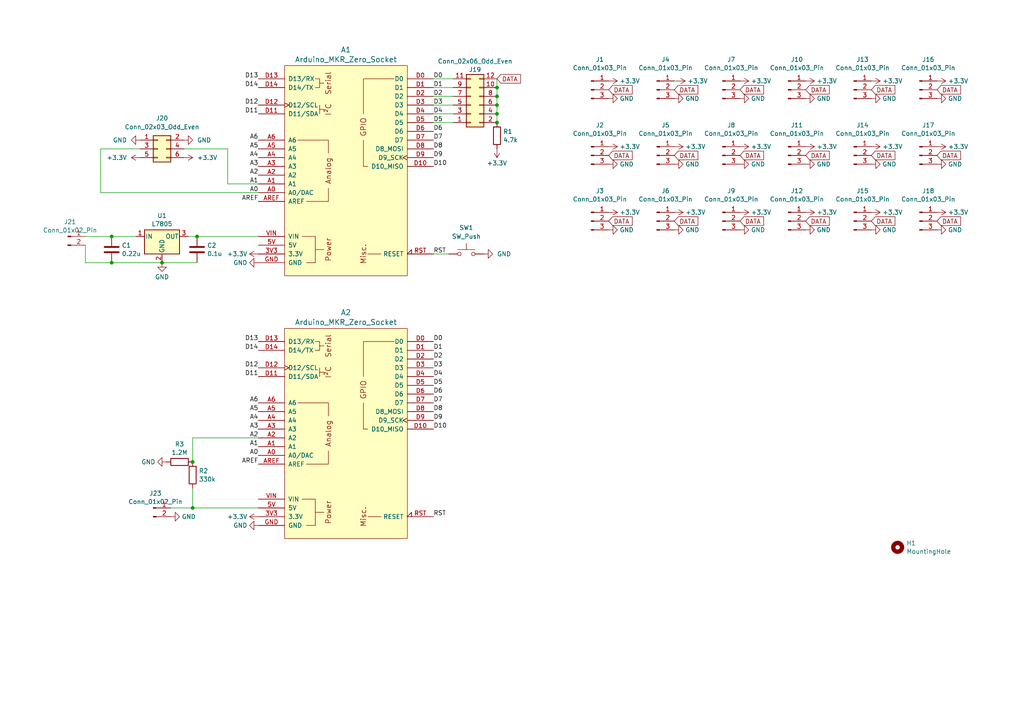
<source format=kicad_sch>
(kicad_sch (version 20230121) (generator eeschema)
  (paper "A4")
  (lib_symbols
    (symbol "Connector:Conn_01x02_Pin" (pin_names (offset 1.016) hide)
      (property "Reference" "J" (at 0 2.54 0))
      (property "Value" "Conn_01x02_Pin" (at 0 -5.08 0))
      (symbol "Conn_01x02_Pin_1_1"
        (polyline (pts (xy 1.27 -2.54) (xy 0.8636 -2.54)) (stroke (width 0.1524)))
        (polyline (pts (xy 1.27 0) (xy 0.8636 0)) (stroke (width 0.1524)))
        (rectangle (start 0.8636 -2.413) (end 0 -2.667) (stroke (width 0.1524)) (fill (type outline)))
        (rectangle (start 0.8636 0.127) (end 0 -0.127) (stroke (width 0.1524)) (fill (type outline)))
        (pin passive line (at 5.08 0 180) (length 3.81) (name "Pin_1") (number "1"))
        (pin passive line (at 5.08 -2.54 180) (length 3.81) (name "Pin_2") (number "2"))
      )
    )
    (symbol "Connector:Conn_01x03_Pin" (pin_names (offset 1.016) hide)
      (property "Reference" "J" (at 0 5.08 0))
      (property "Value" "Conn_01x03_Pin" (at 0 -5.08 0))
      (symbol "Conn_01x03_Pin_1_1"
        (polyline (pts (xy 1.27 -2.54) (xy 0.8636 -2.54)) (stroke (width 0.1524)))
        (polyline (pts (xy 1.27 0) (xy 0.8636 0)) (stroke (width 0.1524)))
        (polyline (pts (xy 1.27 2.54) (xy 0.8636 2.54)) (stroke (width 0.1524)))
        (rectangle (start 0.8636 -2.413) (end 0 -2.667) (stroke (width 0.1524)) (fill (type outline)))
        (rectangle (start 0.8636 0.127) (end 0 -0.127) (stroke (width 0.1524)) (fill (type outline)))
        (rectangle (start 0.8636 2.667) (end 0 2.413) (stroke (width 0.1524)) (fill (type outline)))
        (pin passive line (at 5.08 2.54 180) (length 3.81) (name "Pin_1") (number "1"))
        (pin passive line (at 5.08 0 180) (length 3.81) (name "Pin_2") (number "2"))
        (pin passive line (at 5.08 -2.54 180) (length 3.81) (name "Pin_3") (number "3"))
      )
    )
    (symbol "Connector_Generic:Conn_02x03_Odd_Even" (pin_names (offset 1.016) hide)
      (property "Reference" "J" (at 1.27 5.08 0))
      (property "Value" "Conn_02x03_Odd_Even" (at 1.27 -5.08 0))
      (symbol "Conn_02x03_Odd_Even_1_1"
        (rectangle (start -1.27 -2.413) (end 0 -2.667) (stroke (width 0.1524)))
        (rectangle (start -1.27 0.127) (end 0 -0.127) (stroke (width 0.1524)))
        (rectangle (start -1.27 2.667) (end 0 2.413) (stroke (width 0.1524)))
        (rectangle (start -1.27 3.81) (end 3.81 -3.81) (stroke (width 0.254)) (fill (type background)))
        (rectangle (start 3.81 -2.413) (end 2.54 -2.667) (stroke (width 0.1524)))
        (rectangle (start 3.81 0.127) (end 2.54 -0.127) (stroke (width 0.1524)))
        (rectangle (start 3.81 2.667) (end 2.54 2.413) (stroke (width 0.1524)))
        (pin passive line (at -5.08 2.54 0) (length 3.81) (name "Pin_1") (number "1"))
        (pin passive line (at 7.62 2.54 180) (length 3.81) (name "Pin_2") (number "2"))
        (pin passive line (at -5.08 0 0) (length 3.81) (name "Pin_3") (number "3"))
        (pin passive line (at 7.62 0 180) (length 3.81) (name "Pin_4") (number "4"))
        (pin passive line (at -5.08 -2.54 0) (length 3.81) (name "Pin_5") (number "5"))
        (pin passive line (at 7.62 -2.54 180) (length 3.81) (name "Pin_6") (number "6"))
      )
    )
    (symbol "Connector_Generic:Conn_02x06_Odd_Even" (pin_names (offset 1.016) hide)
      (property "Reference" "J" (at 1.27 7.62 0))
      (property "Value" "Conn_02x06_Odd_Even" (at 1.27 -10.16 0))
      (symbol "Conn_02x06_Odd_Even_1_1"
        (rectangle (start -1.27 -7.493) (end 0 -7.747) (stroke (width 0.1524)))
        (rectangle (start -1.27 -4.953) (end 0 -5.207) (stroke (width 0.1524)))
        (rectangle (start -1.27 -2.413) (end 0 -2.667) (stroke (width 0.1524)))
        (rectangle (start -1.27 0.127) (end 0 -0.127) (stroke (width 0.1524)))
        (rectangle (start -1.27 2.667) (end 0 2.413) (stroke (width 0.1524)))
        (rectangle (start -1.27 5.207) (end 0 4.953) (stroke (width 0.1524)))
        (rectangle (start -1.27 6.35) (end 3.81 -8.89) (stroke (width 0.254)) (fill (type background)))
        (rectangle (start 3.81 -7.493) (end 2.54 -7.747) (stroke (width 0.1524)))
        (rectangle (start 3.81 -4.953) (end 2.54 -5.207) (stroke (width 0.1524)))
        (rectangle (start 3.81 -2.413) (end 2.54 -2.667) (stroke (width 0.1524)))
        (rectangle (start 3.81 0.127) (end 2.54 -0.127) (stroke (width 0.1524)))
        (rectangle (start 3.81 2.667) (end 2.54 2.413) (stroke (width 0.1524)))
        (rectangle (start 3.81 5.207) (end 2.54 4.953) (stroke (width 0.1524)))
        (pin passive line (at -5.08 5.08 0) (length 3.81) (name "Pin_1") (number "1"))
        (pin passive line (at 7.62 -5.08 180) (length 3.81) (name "Pin_10") (number "10"))
        (pin passive line (at -5.08 -7.62 0) (length 3.81) (name "Pin_11") (number "11"))
        (pin passive line (at 7.62 -7.62 180) (length 3.81) (name "Pin_12") (number "12"))
        (pin passive line (at 7.62 5.08 180) (length 3.81) (name "Pin_2") (number "2"))
        (pin passive line (at -5.08 2.54 0) (length 3.81) (name "Pin_3") (number "3"))
        (pin passive line (at 7.62 2.54 180) (length 3.81) (name "Pin_4") (number "4"))
        (pin passive line (at -5.08 0 0) (length 3.81) (name "Pin_5") (number "5"))
        (pin passive line (at 7.62 0 180) (length 3.81) (name "Pin_6") (number "6"))
        (pin passive line (at -5.08 -2.54 0) (length 3.81) (name "Pin_7") (number "7"))
        (pin passive line (at 7.62 -2.54 180) (length 3.81) (name "Pin_8") (number "8"))
        (pin passive line (at -5.08 -5.08 0) (length 3.81) (name "Pin_9") (number "9"))
      )
    )
    (symbol "Device:C" (pin_numbers hide) (pin_names (offset 0.254))
      (property "Reference" "C" (at 0.635 2.54 0))
      (property "Value" "C" (at 0.635 -2.54 0))
      (symbol "C_0_1"
        (polyline (pts (xy -2.032 -0.762) (xy 2.032 -0.762)) (stroke (width 0.508)))
        (polyline (pts (xy -2.032 0.762) (xy 2.032 0.762)) (stroke (width 0.508)))
      )
      (symbol "C_1_1"
        (pin passive line (at 0 3.81 270) (length 2.794) (name "~") (number "1"))
        (pin passive line (at 0 -3.81 90) (length 2.794) (name "~") (number "2"))
      )
    )
    (symbol "Device:R" (pin_numbers hide) (pin_names (offset 0))
      (property "Reference" "R" (at 2.032 0 90))
      (property "Value" "R" (at 0 0 90))
      (symbol "R_0_1"
        (rectangle (start -1.016 -2.54) (end 1.016 2.54) (stroke (width 0.254)))
      )
      (symbol "R_1_1"
        (pin passive line (at 0 3.81 270) (length 1.27) (name "~") (number "1"))
        (pin passive line (at 0 -3.81 90) (length 1.27) (name "~") (number "2"))
      )
    )
    (symbol "GND_1" (power) (pin_names (offset 0))
      (property "Value" "GND_1" (at 0 -3.81 0))
      (symbol "GND_1_0_1"
        (polyline (pts (xy 0 0) (xy 0 -1.27) (xy 1.27 -1.27) (xy 0 -2.54) (xy -1.27 -1.27) (xy 0 -1.27)))
      )
      (symbol "GND_1_1_1"
        (pin power_in line (at 0 0 270) (length 0) hide (name "GND") (number "1"))
      )
    )
    (symbol "Mechanical:MountingHole" (pin_names (offset 1.016))
      (property "Reference" "H" (at 0 5.08 0))
      (property "Value" "MountingHole" (at 0 3.175 0))
      (symbol "MountingHole_0_1"
        (circle (center 0 0) (radius 1.27) (stroke (width 1.27)))
      )
    )
    (symbol "PCM_arduino-library:Arduino_MKR_Zero_Socket" (pin_names (offset 1.016))
      (property "Reference" "A" (at 0 36.83 0))
      (property "Value" "Arduino_MKR_Zero_Socket" (at 0 33.02 0))
      (symbol "Arduino_MKR_Zero_Socket_0_0"
        (rectangle (start -17.78 30.48) (end 17.78 -30.48) (fill (type background)))
        (rectangle (start -12.7 -19.05) (end -8.89 -19.05))
        (rectangle (start -11.43 -26.67) (end -8.89 -26.67))
        (rectangle (start -8.89 -22.86) (end -6.35 -22.86))
        (polyline (pts (xy -8.89 -19.05) (xy -8.89 -26.67)))
        (polyline (pts (xy -7.62 25.4) (xy -6.35 25.4)))
        (polyline (pts (xy -5.08 -5.08) (xy -5.08 -8.89) (xy -11.43 -8.89)))
        (polyline (pts (xy -5.08 5.08) (xy -5.08 8.89) (xy -13.97 8.89)))
        (polyline (pts (xy 5.08 8.89) (xy 5.08 1.27) (xy 6.35 1.27)))
        (polyline (pts (xy 5.08 16.51) (xy 5.08 26.67) (xy 13.97 26.67)))
        (polyline (pts (xy -8.89 26.67) (xy -7.62 26.67) (xy -7.62 24.13) (xy -8.89 24.13)))
        (rectangle (start 6.35 -24.13) (end 10.16 -24.13))
        (text "Analog" (at -5.08 0 900) (effects (font (size 1.524 1.524))))
        (text "I²C" (at -5.08 17.78 900) (effects (font (size 1.524 1.524))))
        (text "Misc." (at 5.08 -24.13 900) (effects (font (size 1.524 1.524))))
        (text "Power" (at -5.08 -22.86 900) (effects (font (size 1.524 1.524))))
        (text "Serial" (at -5.08 25.4 900) (effects (font (size 1.524 1.524))))
      )
      (symbol "Arduino_MKR_Zero_Socket_0_1"
        (polyline (pts (xy -7.62 16.51) (xy -7.62 19.05)))
        (polyline (pts (xy -7.62 17.78) (xy -6.35 17.78)))
      )
      (symbol "Arduino_MKR_Zero_Socket_1_0"
        (text "GPIO" (at 5.08 12.7 900) (effects (font (size 1.524 1.524))))
      )
      (symbol "Arduino_MKR_Zero_Socket_1_1"
        (pin power_out line (at -25.4 -24.13 0) (length 7.62) (name "3.3V") (number "3V3"))
        (pin power_in line (at -25.4 -21.59 0) (length 7.62) (name "5V") (number "5V"))
        (pin bidirectional line (at -25.4 -6.35 0) (length 7.62) (name "A0/DAC") (number "A0"))
        (pin bidirectional line (at -25.4 -3.81 0) (length 7.62) (name "A1") (number "A1"))
        (pin bidirectional line (at -25.4 -1.27 0) (length 7.62) (name "A2") (number "A2"))
        (pin bidirectional line (at -25.4 1.27 0) (length 7.62) (name "A3") (number "A3"))
        (pin bidirectional line (at -25.4 3.81 0) (length 7.62) (name "A4") (number "A4"))
        (pin bidirectional line (at -25.4 6.35 0) (length 7.62) (name "A5") (number "A5"))
        (pin bidirectional line (at -25.4 8.89 0) (length 7.62) (name "A6") (number "A6"))
        (pin input line (at -25.4 -8.89 0) (length 7.62) (name "AREF") (number "AREF"))
        (pin bidirectional line (at 25.4 26.67 180) (length 7.62) (name "D0") (number "D0"))
        (pin bidirectional line (at 25.4 24.13 180) (length 7.62) (name "D1") (number "D1"))
        (pin bidirectional line (at 25.4 1.27 180) (length 7.62) (name "D10_MISO") (number "D10"))
        (pin bidirectional line (at -25.4 16.51 0) (length 7.62) (name "D11/SDA") (number "D11"))
        (pin bidirectional clock (at -25.4 19.05 0) (length 7.62) (name "D12/SCL") (number "D12"))
        (pin bidirectional line (at -25.4 26.67 0) (length 7.62) (name "D13/RX") (number "D13"))
        (pin bidirectional line (at -25.4 24.13 0) (length 7.62) (name "D14/TX") (number "D14"))
        (pin bidirectional line (at 25.4 21.59 180) (length 7.62) (name "D2") (number "D2"))
        (pin bidirectional line (at 25.4 19.05 180) (length 7.62) (name "D3") (number "D3"))
        (pin bidirectional line (at 25.4 16.51 180) (length 7.62) (name "D4") (number "D4"))
        (pin bidirectional line (at 25.4 13.97 180) (length 7.62) (name "D5") (number "D5"))
        (pin bidirectional line (at 25.4 11.43 180) (length 7.62) (name "D6") (number "D6"))
        (pin bidirectional line (at 25.4 8.89 180) (length 7.62) (name "D7") (number "D7"))
        (pin bidirectional line (at 25.4 6.35 180) (length 7.62) (name "D8_MOSI") (number "D8"))
        (pin bidirectional clock (at 25.4 3.81 180) (length 7.62) (name "D9_SCK") (number "D9"))
        (pin power_in line (at -25.4 -26.67 0) (length 7.62) (name "GND") (number "GND"))
        (pin open_collector input_low (at 25.4 -24.13 180) (length 7.62) (name "RESET") (number "RST"))
        (pin power_in line (at -25.4 -19.05 0) (length 7.62) (name "VIN") (number "VIN"))
      )
    )
    (symbol "Regulator_Linear:L7805" (pin_names (offset 0.254))
      (property "Reference" "U" (at -3.81 3.175 0))
      (property "Value" "L7805" (at 0 3.175 0))
      (symbol "L7805_0_1"
        (rectangle (start -5.08 1.905) (end 5.08 -5.08) (stroke (width 0.254)) (fill (type background)))
      )
      (symbol "L7805_1_1"
        (pin power_in line (at -7.62 0 0) (length 2.54) (name "IN") (number "1"))
        (pin power_in line (at 0 -7.62 90) (length 2.54) (name "GND") (number "2"))
        (pin power_out line (at 7.62 0 180) (length 2.54) (name "OUT") (number "3"))
      )
    )
    (symbol "Switch:SW_Push" (pin_numbers hide) (pin_names (offset 1.016) hide)
      (property "Reference" "SW" (at 1.27 2.54 0))
      (property "Value" "SW_Push" (at 0 -1.524 0))
      (symbol "SW_Push_0_1"
        (circle (center -2.032 0) (radius 0.508))
        (polyline (pts (xy 0 1.27) (xy 0 3.048)))
        (polyline (pts (xy 2.54 1.27) (xy -2.54 1.27)))
        (circle (center 2.032 0) (radius 0.508))
        (pin passive line (at -5.08 0 0) (length 2.54) (name "1") (number "1"))
        (pin passive line (at 5.08 0 180) (length 2.54) (name "2") (number "2"))
      )
    )
    (symbol "power:+3.3V" (power) (pin_names (offset 0))
      (property "Value" "+3.3V" (at 0 3.556 0))
      (symbol "+3.3V_0_1"
        (polyline (pts (xy -0.762 1.27) (xy 0 2.54)))
        (polyline (pts (xy 0 0) (xy 0 2.54)))
        (polyline (pts (xy 0 2.54) (xy 0.762 1.27)))
      )
      (symbol "+3.3V_1_1"
        (pin power_in line (at 0 0 90) (length 0) hide (name "+3.3V") (number "1"))
      )
    )
    (symbol "power:GND" (power) (pin_names (offset 0))
      (property "Value" "GND" (at 0 -3.81 0))
      (symbol "GND_0_1"
        (polyline (pts (xy 0 0) (xy 0 -1.27) (xy 1.27 -1.27) (xy 0 -2.54) (xy -1.27 -1.27) (xy 0 -1.27)))
      )
      (symbol "GND_1_1"
        (pin power_in line (at 0 0 270) (length 0) hide (name "GND") (number "1"))
      )
    )
  )
  (junction (at 144.145 27.94))
  (junction (at 46.99 76.2))
  (junction (at 57.15 68.58))
  (junction (at 55.88 147.32))
  (junction (at 32.385 68.58))
  (junction (at 144.145 33.02))
  (junction (at 144.145 25.4))
  (junction (at 144.145 35.56))
  (junction (at 55.88 133.985))
  (junction (at 32.385 76.2))
  (junction (at 144.145 30.48))
  (wire (pts (xy 125.73 27.94) (xy 131.445 27.94)))
  (wire (pts (xy 55.88 127) (xy 55.88 133.985)))
  (wire (pts (xy 29.21 55.88) (xy 74.93 55.88)))
  (wire (pts (xy 55.88 147.32) (xy 74.93 147.32)))
  (wire (pts (xy 144.145 27.94) (xy 144.145 30.48)))
  (wire (pts (xy 125.73 25.4) (xy 131.445 25.4)))
  (wire (pts (xy 57.15 68.58) (xy 74.93 68.58)))
  (wire (pts (xy 66.04 43.18) (xy 66.04 53.34)))
  (wire (pts (xy 24.765 68.58) (xy 32.385 68.58)))
  (wire (pts (xy 144.145 25.4) (xy 144.145 27.94)))
  (wire (pts (xy 54.61 68.58) (xy 57.15 68.58)))
  (wire (pts (xy 125.73 73.66) (xy 130.175 73.66)))
  (wire (pts (xy 24.765 71.12) (xy 24.765 76.2)))
  (wire (pts (xy 74.93 127) (xy 55.88 127)))
  (wire (pts (xy 144.145 22.86) (xy 144.145 25.4)))
  (wire (pts (xy 46.99 76.2) (xy 57.15 76.2)))
  (wire (pts (xy 196.215 23.495) (xy 195.58 23.495)))
  (wire (pts (xy 32.385 76.2) (xy 46.99 76.2)))
  (wire (pts (xy 32.385 68.58) (xy 39.37 68.58)))
  (wire (pts (xy 144.145 30.48) (xy 144.145 33.02)))
  (wire (pts (xy 53.34 43.18) (xy 66.04 43.18)))
  (wire (pts (xy 125.73 35.56) (xy 131.445 35.56)))
  (wire (pts (xy 49.53 147.32) (xy 55.88 147.32)))
  (wire (pts (xy 125.73 30.48) (xy 131.445 30.48)))
  (wire (pts (xy 24.765 76.2) (xy 32.385 76.2)))
  (wire (pts (xy 29.21 43.18) (xy 29.21 55.88)))
  (wire (pts (xy 125.73 33.02) (xy 131.445 33.02)))
  (wire (pts (xy 40.64 43.18) (xy 29.21 43.18)))
  (wire (pts (xy 66.04 53.34) (xy 74.93 53.34)))
  (wire (pts (xy 144.145 33.02) (xy 144.145 35.56)))
  (wire (pts (xy 125.73 22.86) (xy 131.445 22.86)))
  (wire (pts (xy 55.88 141.605) (xy 55.88 147.32)))
  (label "A3" (at 74.93 48.26 180))
  (label "A1" (at 74.93 129.54 180))
  (label "A5" (at 74.93 43.18 180))
  (label "D4" (at 125.73 109.22 0))
  (label "D10" (at 125.73 48.26 0))
  (label "D0" (at 125.73 99.06 0))
  (label "A5" (at 74.93 119.38 180))
  (label "D14" (at 74.93 101.6 180))
  (label "D4" (at 125.73 33.02 0))
  (label "A4" (at 74.93 45.72 180))
  (label "AREF" (at 74.93 134.62 180))
  (label "D12" (at 74.93 30.48 180))
  (label "D13" (at 74.93 99.06 180))
  (label "D1" (at 125.73 101.6 0))
  (label "D9" (at 125.73 45.72 0))
  (label "D8" (at 125.73 43.18 0))
  (label "D5" (at 125.73 35.56 0))
  (label "D13" (at 74.93 22.86 180))
  (label "D3" (at 125.73 106.68 0))
  (label "D2" (at 125.73 27.94 0))
  (label "A6" (at 74.93 40.64 180))
  (label "D11" (at 74.93 109.22 180))
  (label "D2" (at 125.73 104.14 0))
  (label "D14" (at 74.93 25.4 180))
  (label "A0" (at 74.93 132.08 180))
  (label "A4" (at 74.93 121.92 180))
  (label "A1" (at 74.93 53.34 180))
  (label "RST" (at 125.73 73.66 0))
  (label "D5" (at 125.73 111.76 0))
  (label "D1" (at 125.73 25.4 0))
  (label "A3" (at 74.93 124.46 180))
  (label "D6" (at 125.73 114.3 0))
  (label "A2" (at 74.93 50.8 180))
  (label "D6" (at 125.73 38.1 0))
  (label "A0" (at 74.93 55.88 180))
  (label "D9" (at 125.73 121.92 0))
  (label "D0" (at 125.73 22.86 0))
  (label "D10" (at 125.73 124.46 0))
  (label "AREF" (at 74.93 58.42 180))
  (label "D3" (at 125.73 30.48 0))
  (label "D7" (at 125.73 116.84 0))
  (label "D7" (at 125.73 40.64 0))
  (label "D12" (at 74.93 106.68 180))
  (label "RST" (at 125.73 149.86 0))
  (label "D8" (at 125.73 119.38 0))
  (label "A2" (at 74.93 127 180))
  (label "D11" (at 74.93 33.02 180))
  (label "A6" (at 74.93 116.84 180))
  (global_label "DATA" (shape input) (at 195.58 26.035 0) (property "Intersheetrefs" "${INTERSHEET_REFS}" (effects hide)))
  (global_label "DATA" (shape input) (at 214.63 26.035 0) (property "Intersheetrefs" "${INTERSHEET_REFS}" (effects hide)))
  (global_label "DATA" (shape input) (at 195.58 64.135 0) (property "Intersheetrefs" "${INTERSHEET_REFS}" (effects hide)))
  (global_label "DATA" (shape input) (at 233.68 64.135 0) (property "Intersheetrefs" "${INTERSHEET_REFS}" (effects hide)))
  (global_label "DATA" (shape input) (at 176.53 26.035 0) (property "Intersheetrefs" "${INTERSHEET_REFS}" (effects hide)))
  (global_label "DATA" (shape input) (at 252.73 26.035 0) (property "Intersheetrefs" "${INTERSHEET_REFS}" (effects hide)))
  (global_label "DATA" (shape input) (at 271.78 45.085 0) (property "Intersheetrefs" "${INTERSHEET_REFS}" (effects hide)))
  (global_label "DATA" (shape input) (at 252.73 45.085 0) (property "Intersheetrefs" "${INTERSHEET_REFS}" (effects hide)))
  (global_label "DATA" (shape input) (at 214.63 45.085 0) (property "Intersheetrefs" "${INTERSHEET_REFS}" (effects hide)))
  (global_label "DATA" (shape input) (at 176.53 64.135 0) (property "Intersheetrefs" "${INTERSHEET_REFS}" (effects hide)))
  (global_label "DATA" (shape input) (at 195.58 45.085 0) (property "Intersheetrefs" "${INTERSHEET_REFS}" (effects hide)))
  (global_label "DATA" (shape input) (at 252.73 64.135 0) (property "Intersheetrefs" "${INTERSHEET_REFS}" (effects hide)))
  (global_label "DATA" (shape input) (at 233.68 45.085 0) (property "Intersheetrefs" "${INTERSHEET_REFS}" (effects hide)))
  (global_label "DATA" (shape input) (at 176.53 45.085 0) (property "Intersheetrefs" "${INTERSHEET_REFS}" (effects hide)))
  (global_label "DATA" (shape input) (at 214.63 64.135 0) (property "Intersheetrefs" "${INTERSHEET_REFS}" (effects hide)))
  (global_label "DATA" (shape input) (at 271.78 64.135 0) (property "Intersheetrefs" "${INTERSHEET_REFS}" (effects hide)))
  (global_label "DATA" (shape input) (at 144.145 22.86 0) (property "Intersheetrefs" "${INTERSHEET_REFS}" (effects hide)))
  (global_label "DATA" (shape input) (at 271.78 26.035 0) (property "Intersheetrefs" "${INTERSHEET_REFS}" (effects hide)))
  (global_label "DATA" (shape input) (at 233.68 26.035 0) (property "Intersheetrefs" "${INTERSHEET_REFS}" (effects hide)))
  (symbol (lib_id "power:+3.3V") (at 74.93 149.86 90) (unit 1)
    (property "Reference" "#PWR03" (effects hide))
    (property "Value" "+3.3V" (at 71.755 149.86 90) (effects (justify left)))
  )
  (symbol (lib_id "Connector:Conn_01x03_Pin") (at 247.65 26.035 0) (unit 1)
    (property "Reference" "J13" (at 250.19 17.2608 0))
    (property "Value" "Conn_01x03_Pin" (at 250.19 19.685 0))
    (property "Footprint" "Connector_JST:JST_XH_B3B-XH-A_1x03_P2.50mm_Vertical" (effects hide))
  )
  (symbol (lib_id "power:+3.3V") (at 233.68 61.595 270) (unit 1)
    (property "Reference" "#PWR027" (effects hide))
    (property "Value" "+3.3V" (at 236.855 61.595 90) (effects (justify left)))
  )
  (symbol (lib_id "Switch:SW_Push") (at 135.255 73.66 0) (unit 1)
    (property "Reference" "SW1" (at 135.255 66.04 0))
    (property "Value" "SW_Push" (at 135.255 68.58 0))
    (property "Footprint" "Button_Switch_THT:SW_PUSH_6mm" (effects hide))
  )
  (symbol (lib_id "power:+3.3V") (at 252.73 23.495 270) (unit 1)
    (property "Reference" "#PWR029" (effects hide))
    (property "Value" "+3.3V" (at 255.905 23.495 90) (effects (justify left)))
  )
  (symbol (lib_id "Connector:Conn_01x03_Pin") (at 247.65 64.135 0) (unit 1)
    (property "Reference" "J15" (at 250.19 55.3608 0))
    (property "Value" "Conn_01x03_Pin" (at 250.19 57.785 0))
    (property "Footprint" "Connector_JST:JST_XH_B3B-XH-A_1x03_P2.50mm_Vertical" (effects hide))
  )
  (symbol (lib_id "power:GND") (at 46.99 76.2 0) (unit 1)
    (property "Reference" "#PWR049" (effects hide))
    (property "Value" "GND" (at 46.99 80.3331 0))
  )
  (symbol (lib_id "power:+3.3V") (at 214.63 61.595 270) (unit 1)
    (property "Reference" "#PWR021" (effects hide))
    (property "Value" "+3.3V" (at 217.805 61.595 90) (effects (justify left)))
  )
  (symbol (lib_id "Connector:Conn_01x03_Pin") (at 228.6 26.035 0) (unit 1)
    (property "Reference" "J10" (at 231.14 17.2608 0))
    (property "Value" "Conn_01x03_Pin" (at 231.14 19.685 0))
    (property "Footprint" "Connector_JST:JST_XH_B3B-XH-A_1x03_P2.50mm_Vertical" (effects hide))
  )
  (symbol (lib_id "power:+3.3V") (at 74.93 73.66 90) (unit 1)
    (property "Reference" "#PWR04" (effects hide))
    (property "Value" "+3.3V" (at 71.755 73.66 90) (effects (justify left)))
  )
  (symbol (lib_id "Connector:Conn_01x03_Pin") (at 247.65 45.085 0) (unit 1)
    (property "Reference" "J14" (at 250.19 36.3108 0))
    (property "Value" "Conn_01x03_Pin" (at 250.19 38.735 0))
    (property "Footprint" "Connector_JST:JST_XH_B3B-XH-A_1x03_P2.50mm_Vertical" (effects hide))
  )
  (symbol (lib_id "Connector:Conn_01x03_Pin") (at 190.5 64.135 0) (unit 1)
    (property "Reference" "J6" (at 193.04 55.3608 0))
    (property "Value" "Conn_01x03_Pin" (at 193.04 57.785 0))
    (property "Footprint" "Connector_JST:JST_XH_B3B-XH-A_1x03_P2.50mm_Vertical" (effects hide))
  )
  (symbol (lib_id "power:+3.3V") (at 40.64 45.72 90) (unit 1)
    (property "Reference" "#PWR044" (effects hide))
    (property "Value" "+3.3V" (at 36.83 45.72 90) (effects (justify left)))
  )
  (symbol (lib_id "power:+3.3V") (at 271.78 42.545 270) (unit 1)
    (property "Reference" "#PWR037" (effects hide))
    (property "Value" "+3.3V" (at 274.955 42.545 90) (effects (justify left)))
  )
  (symbol (lib_id "power:+3.3V") (at 214.63 23.495 270) (unit 1)
    (property "Reference" "#PWR017" (effects hide))
    (property "Value" "+3.3V" (at 217.805 23.495 90) (effects (justify left)))
  )
  (symbol (lib_id "Connector:Conn_01x03_Pin") (at 190.5 26.035 0) (unit 1)
    (property "Reference" "J4" (at 193.04 17.2608 0))
    (property "Value" "Conn_01x03_Pin" (at 193.04 19.685 0))
    (property "Footprint" "Connector_JST:JST_XH_B3B-XH-A_1x03_P2.50mm_Vertical" (effects hide))
  )
  (symbol (lib_name "GND_1") (lib_id "power:GND") (at 271.78 28.575 90) (unit 1)
    (property "Reference" "#PWR036" (effects hide))
    (property "Value" "GND" (at 274.955 28.575 90) (effects (justify right)))
  )
  (symbol (lib_name "GND_1") (lib_id "power:GND") (at 195.58 47.625 90) (unit 1)
    (property "Reference" "#PWR013" (effects hide))
    (property "Value" "GND" (at 198.755 47.625 90) (effects (justify right)))
  )
  (symbol (lib_id "PCM_arduino-library:Arduino_MKR_Zero_Socket") (at 100.33 125.73 0) (unit 1)
    (property "Reference" "A2" (at 100.33 90.6198 0) (effects (font (size 1.524 1.524))))
    (property "Value" "Arduino_MKR_Zero_Socket" (at 100.33 93.4526 0) (effects (font (size 1.524 1.524))))
    (property "Footprint" "PCM_arduino-library:Arduino_MKR_Zero_Socket" (effects hide))
    (property "Datasheet" "https://docs.arduino.cc/hardware/mkr-zero" (effects hide))
  )
  (symbol (lib_id "power:+3.3V") (at 144.145 43.18 180) (unit 1)
    (property "Reference" "#PWR041" (effects hide))
    (property "Value" "+3.3V" (at 144.145 47.3131 0))
  )
  (symbol (lib_name "GND_1") (lib_id "power:GND") (at 214.63 66.675 90) (unit 1)
    (property "Reference" "#PWR022" (effects hide))
    (property "Value" "GND" (at 217.805 66.675 90) (effects (justify right)))
  )
  (symbol (lib_id "Connector:Conn_01x03_Pin") (at 171.45 45.085 0) (unit 1)
    (property "Reference" "J2" (at 173.99 36.3108 0))
    (property "Value" "Conn_01x03_Pin" (at 173.99 38.735 0))
    (property "Footprint" "Connector_JST:JST_XH_B3B-XH-A_1x03_P2.50mm_Vertical" (effects hide))
  )
  (symbol (lib_name "GND_1") (lib_id "power:GND") (at 195.58 66.675 90) (unit 1)
    (property "Reference" "#PWR015" (effects hide))
    (property "Value" "GND" (at 198.755 66.675 90) (effects (justify right)))
  )
  (symbol (lib_id "power:GND") (at 74.93 152.4 270) (unit 1)
    (property "Reference" "#PWR02" (effects hide))
    (property "Value" "GND" (at 71.7551 152.4 90) (effects (justify right)))
  )
  (symbol (lib_id "Device:R") (at 55.88 137.795 0) (unit 1)
    (property "Reference" "R2" (at 57.658 136.5829 0) (effects (justify left)))
    (property "Value" "330k" (at 57.658 139.0071 0) (effects (justify left)))
    (property "Footprint" "Resistor_THT:R_Axial_DIN0207_L6.3mm_D2.5mm_P10.16mm_Horizontal" (effects hide))
  )
  (symbol (lib_id "power:+3.3V") (at 214.63 42.545 270) (unit 1)
    (property "Reference" "#PWR019" (effects hide))
    (property "Value" "+3.3V" (at 217.805 42.545 90) (effects (justify left)))
  )
  (symbol (lib_name "GND_1") (lib_id "power:GND") (at 214.63 47.625 90) (unit 1)
    (property "Reference" "#PWR020" (effects hide))
    (property "Value" "GND" (at 217.805 47.625 90) (effects (justify right)))
  )
  (symbol (lib_id "power:GND") (at 74.93 76.2 270) (unit 1)
    (property "Reference" "#PWR01" (effects hide))
    (property "Value" "GND" (at 71.7551 76.2 90) (effects (justify right)))
  )
  (symbol (lib_id "Connector:Conn_01x03_Pin") (at 171.45 26.035 0) (unit 1)
    (property "Reference" "J1" (at 173.99 17.2608 0))
    (property "Value" "Conn_01x03_Pin" (at 173.99 19.685 0))
    (property "Footprint" "Connector_JST:JST_XH_B3B-XH-A_1x03_P2.50mm_Vertical" (effects hide))
  )
  (symbol (lib_id "power:+3.3V") (at 252.73 61.595 270) (unit 1)
    (property "Reference" "#PWR033" (effects hide))
    (property "Value" "+3.3V" (at 255.905 61.595 90) (effects (justify left)))
  )
  (symbol (lib_id "power:+3.3V") (at 176.53 42.545 270) (unit 1)
    (property "Reference" "#PWR07" (effects hide))
    (property "Value" "+3.3V" (at 179.705 42.545 90) (effects (justify left)))
  )
  (symbol (lib_id "Connector:Conn_01x03_Pin") (at 266.7 26.035 0) (unit 1)
    (property "Reference" "J16" (at 269.24 17.2608 0))
    (property "Value" "Conn_01x03_Pin" (at 269.24 19.685 0))
    (property "Footprint" "Connector_JST:JST_XH_B3B-XH-A_1x03_P2.50mm_Vertical" (effects hide))
  )
  (symbol (lib_id "power:GND") (at 40.64 40.64 270) (unit 1)
    (property "Reference" "#PWR043" (effects hide))
    (property "Value" "GND" (at 36.83 40.64 90) (effects (justify right)))
  )
  (symbol (lib_name "GND_1") (lib_id "power:GND") (at 214.63 28.575 90) (unit 1)
    (property "Reference" "#PWR018" (effects hide))
    (property "Value" "GND" (at 217.805 28.575 90) (effects (justify right)))
  )
  (symbol (lib_id "Connector_Generic:Conn_02x06_Odd_Even") (at 136.525 30.48 0) (mirror x) (unit 1)
    (property "Reference" "J19" (at 137.795 20.2042 0))
    (property "Value" "Conn_02x06_Odd_Even" (at 137.795 17.78 0))
    (property "Footprint" "Connector_PinHeader_2.54mm:PinHeader_2x06_P2.54mm_Vertical" (effects hide))
  )
  (symbol (lib_id "Connector:Conn_01x02_Pin") (at 19.685 68.58 0) (unit 1)
    (property "Reference" "J21" (at 20.32 64.3595 0))
    (property "Value" "Conn_01x02_Pin" (at 20.32 66.7837 0))
    (property "Footprint" "ProjectFootprints:Power_Solder_Pads" (effects hide))
  )
  (symbol (lib_id "power:+3.3V") (at 53.34 45.72 270) (unit 1)
    (property "Reference" "#PWR046" (effects hide))
    (property "Value" "+3.3V" (at 57.15 45.72 90) (effects (justify left)))
  )
  (symbol (lib_id "Device:R") (at 144.145 39.37 0) (unit 1)
    (property "Reference" "R1" (at 145.923 38.1579 0) (effects (justify left)))
    (property "Value" "4.7k" (at 145.923 40.5821 0) (effects (justify left)))
    (property "Footprint" "Resistor_THT:R_Axial_DIN0207_L6.3mm_D2.5mm_P10.16mm_Horizontal" (effects hide))
  )
  (symbol (lib_id "Regulator_Linear:L7805") (at 46.99 68.58 0) (unit 1)
    (property "Reference" "U1" (at 46.99 62.5307 0))
    (property "Value" "L7805" (at 46.99 64.9549 0))
    (property "Footprint" "Package_TO_SOT_SMD:SOT-223" (effects hide))
    (property "Datasheet" "http://www.st.com/content/ccc/resource/technical/document/datasheet/41/4f/b3/b0/12/d4/47/88/CD00000444.pdf/files/CD00000444.pdf/jcr:content/translations/en.CD00000444.pdf" (effects hide))
  )
  (symbol (lib_name "GND_1") (lib_id "power:GND") (at 233.68 66.675 90) (unit 1)
    (property "Reference" "#PWR028" (effects hide))
    (property "Value" "GND" (at 236.855 66.675 90) (effects (justify right)))
  )
  (symbol (lib_id "Device:R") (at 52.07 133.985 90) (unit 1)
    (property "Reference" "R3" (at 52.07 128.8247 90))
    (property "Value" "1.2M" (at 52.07 131.2489 90))
    (property "Footprint" "Resistor_THT:R_Axial_DIN0207_L6.3mm_D2.5mm_P10.16mm_Horizontal" (effects hide))
  )
  (symbol (lib_id "power:+3.3V") (at 271.78 23.495 270) (unit 1)
    (property "Reference" "#PWR035" (effects hide))
    (property "Value" "+3.3V" (at 274.955 23.495 90) (effects (justify left)))
  )
  (symbol (lib_id "Connector:Conn_01x02_Pin") (at 44.45 147.32 0) (unit 1)
    (property "Reference" "J23" (at 45.085 143.0995 0))
    (property "Value" "Conn_01x02_Pin" (at 45.085 145.5237 0))
    (property "Footprint" "ProjectFootprints:Power_Solder_Pads" (effects hide))
  )
  (symbol (lib_id "Connector_Generic:Conn_02x03_Odd_Even") (at 45.72 43.18 0) (unit 1)
    (property "Reference" "J20" (at 46.99 34.29 0))
    (property "Value" "Conn_02x03_Odd_Even" (at 46.99 36.83 0))
    (property "Footprint" "Connector_PinHeader_2.54mm:PinHeader_2x03_P2.54mm_Vertical" (effects hide))
  )
  (symbol (lib_id "power:+3.3V") (at 195.58 61.595 270) (unit 1)
    (property "Reference" "#PWR014" (effects hide))
    (property "Value" "+3.3V" (at 198.755 61.595 90) (effects (justify left)))
  )
  (symbol (lib_id "power:+3.3V") (at 271.78 61.595 270) (unit 1)
    (property "Reference" "#PWR039" (effects hide))
    (property "Value" "+3.3V" (at 274.955 61.595 90) (effects (justify left)))
  )
  (symbol (lib_id "power:+3.3V") (at 176.53 61.595 270) (unit 1)
    (property "Reference" "#PWR09" (effects hide))
    (property "Value" "+3.3V" (at 179.705 61.595 90) (effects (justify left)))
  )
  (symbol (lib_id "power:GND") (at 140.335 73.66 90) (unit 1)
    (property "Reference" "#PWR042" (effects hide))
    (property "Value" "GND" (at 144.145 73.66 90) (effects (justify right)))
  )
  (symbol (lib_id "Device:C") (at 32.385 72.39 0) (unit 1)
    (property "Reference" "C1" (at 35.306 71.1779 0) (effects (justify left)))
    (property "Value" "0.22u" (at 35.306 73.6021 0) (effects (justify left)))
    (property "Footprint" "Capacitor_SMD:C_1206_3216Metric" (effects hide))
  )
  (symbol (lib_id "Connector:Conn_01x03_Pin") (at 228.6 64.135 0) (unit 1)
    (property "Reference" "J12" (at 231.14 55.3608 0))
    (property "Value" "Conn_01x03_Pin" (at 231.14 57.785 0))
    (property "Footprint" "Connector_JST:JST_XH_B3B-XH-A_1x03_P2.50mm_Vertical" (effects hide))
  )
  (symbol (lib_name "GND_1") (lib_id "power:GND") (at 233.68 28.575 90) (unit 1)
    (property "Reference" "#PWR024" (effects hide))
    (property "Value" "GND" (at 236.855 28.575 90) (effects (justify right)))
  )
  (symbol (lib_name "GND_1") (lib_id "power:GND") (at 195.58 28.575 90) (unit 1)
    (property "Reference" "#PWR011" (effects hide))
    (property "Value" "GND" (at 198.755 28.575 90) (effects (justify right)))
  )
  (symbol (lib_name "GND_1") (lib_id "power:GND") (at 271.78 47.625 90) (unit 1)
    (property "Reference" "#PWR038" (effects hide))
    (property "Value" "GND" (at 274.955 47.625 90) (effects (justify right)))
  )
  (symbol (lib_id "Device:C") (at 57.15 72.39 0) (unit 1)
    (property "Reference" "C2" (at 60.071 71.1779 0) (effects (justify left)))
    (property "Value" "0.1u" (at 60.071 73.6021 0) (effects (justify left)))
    (property "Footprint" "Capacitor_SMD:C_1206_3216Metric" (effects hide))
  )
  (symbol (lib_id "power:+3.3V") (at 176.53 23.495 270) (unit 1)
    (property "Reference" "#PWR05" (effects hide))
    (property "Value" "+3.3V" (at 179.705 23.495 90) (effects (justify left)))
  )
  (symbol (lib_id "power:+3.3V") (at 252.73 42.545 270) (unit 1)
    (property "Reference" "#PWR031" (effects hide))
    (property "Value" "+3.3V" (at 255.905 42.545 90) (effects (justify left)))
  )
  (symbol (lib_id "PCM_arduino-library:Arduino_MKR_Zero_Socket") (at 100.33 49.53 0) (unit 1)
    (property "Reference" "A1" (at 100.33 14.4198 0) (effects (font (size 1.524 1.524))))
    (property "Value" "Arduino_MKR_Zero_Socket" (at 100.33 17.2526 0) (effects (font (size 1.524 1.524))))
    (property "Footprint" "PCM_arduino-library:Arduino_MKR_Zero_Socket" (effects hide))
    (property "Datasheet" "https://docs.arduino.cc/hardware/mkr-zero" (effects hide))
  )
  (symbol (lib_id "power:+3.3V") (at 195.58 42.545 270) (unit 1)
    (property "Reference" "#PWR012" (effects hide))
    (property "Value" "+3.3V" (at 198.755 42.545 90) (effects (justify left)))
  )
  (symbol (lib_id "power:GND") (at 53.34 40.64 90) (unit 1)
    (property "Reference" "#PWR045" (effects hide))
    (property "Value" "GND" (at 57.15 40.64 90) (effects (justify right)))
  )
  (symbol (lib_id "Connector:Conn_01x03_Pin") (at 209.55 26.035 0) (unit 1)
    (property "Reference" "J7" (at 212.09 17.2608 0))
    (property "Value" "Conn_01x03_Pin" (at 212.09 19.685 0))
    (property "Footprint" "Connector_JST:JST_XH_B3B-XH-A_1x03_P2.50mm_Vertical" (effects hide))
  )
  (symbol (lib_id "Connector:Conn_01x03_Pin") (at 171.45 64.135 0) (unit 1)
    (property "Reference" "J3" (at 173.99 55.3608 0))
    (property "Value" "Conn_01x03_Pin" (at 173.99 57.785 0))
    (property "Footprint" "Connector_JST:JST_XH_B3B-XH-A_1x03_P2.50mm_Vertical" (effects hide))
  )
  (symbol (lib_name "GND_1") (lib_id "power:GND") (at 176.53 28.575 90) (unit 1)
    (property "Reference" "#PWR06" (effects hide))
    (property "Value" "GND" (at 179.705 28.575 90) (effects (justify right)))
  )
  (symbol (lib_id "Connector:Conn_01x03_Pin") (at 266.7 64.135 0) (unit 1)
    (property "Reference" "J18" (at 269.24 55.3608 0))
    (property "Value" "Conn_01x03_Pin" (at 269.24 57.785 0))
    (property "Footprint" "Connector_JST:JST_XH_B3B-XH-A_1x03_P2.50mm_Vertical" (effects hide))
  )
  (symbol (lib_name "GND_1") (lib_id "power:GND") (at 252.73 28.575 90) (unit 1)
    (property "Reference" "#PWR030" (effects hide))
    (property "Value" "GND" (at 255.905 28.575 90) (effects (justify right)))
  )
  (symbol (lib_id "power:GND") (at 49.53 149.86 90) (unit 1)
    (property "Reference" "#PWR048" (effects hide))
    (property "Value" "GND" (at 52.705 149.86 90) (effects (justify right)))
  )
  (symbol (lib_id "Mechanical:MountingHole") (at 260.35 158.75 0) (unit 1)
    (property "Reference" "H1" (at 262.89 157.5379 0) (effects (justify left)))
    (property "Value" "MountingHole" (at 262.89 159.9621 0) (effects (justify left)))
    (property "Footprint" "MountingHole:MountingHole_4.3mm_M4" (effects hide))
  )
  (symbol (lib_id "power:+3.3V") (at 233.68 42.545 270) (unit 1)
    (property "Reference" "#PWR025" (effects hide))
    (property "Value" "+3.3V" (at 236.855 42.545 90) (effects (justify left)))
  )
  (symbol (lib_name "GND_1") (lib_id "power:GND") (at 176.53 66.675 90) (unit 1)
    (property "Reference" "#PWR010" (effects hide))
    (property "Value" "GND" (at 179.705 66.675 90) (effects (justify right)))
  )
  (symbol (lib_name "GND_1") (lib_id "power:GND") (at 252.73 47.625 90) (unit 1)
    (property "Reference" "#PWR032" (effects hide))
    (property "Value" "GND" (at 255.905 47.625 90) (effects (justify right)))
  )
  (symbol (lib_name "GND_1") (lib_id "power:GND") (at 233.68 47.625 90) (unit 1)
    (property "Reference" "#PWR026" (effects hide))
    (property "Value" "GND" (at 236.855 47.625 90) (effects (justify right)))
  )
  (symbol (lib_id "Connector:Conn_01x03_Pin") (at 209.55 64.135 0) (unit 1)
    (property "Reference" "J9" (at 212.09 55.3608 0))
    (property "Value" "Conn_01x03_Pin" (at 212.09 57.785 0))
    (property "Footprint" "Connector_JST:JST_XH_B3B-XH-A_1x03_P2.50mm_Vertical" (effects hide))
  )
  (symbol (lib_id "power:GND") (at 48.26 133.985 270) (unit 1)
    (property "Reference" "#PWR047" (effects hide))
    (property "Value" "GND" (at 45.0851 133.985 90) (effects (justify right)))
  )
  (symbol (lib_id "power:+3.3V") (at 233.68 23.495 270) (unit 1)
    (property "Reference" "#PWR023" (effects hide))
    (property "Value" "+3.3V" (at 236.855 23.495 90) (effects (justify left)))
  )
  (symbol (lib_name "GND_1") (lib_id "power:GND") (at 252.73 66.675 90) (unit 1)
    (property "Reference" "#PWR034" (effects hide))
    (property "Value" "GND" (at 255.905 66.675 90) (effects (justify right)))
  )
  (symbol (lib_name "GND_1") (lib_id "power:GND") (at 176.53 47.625 90) (unit 1)
    (property "Reference" "#PWR08" (effects hide))
    (property "Value" "GND" (at 179.705 47.625 90) (effects (justify right)))
  )
  (symbol (lib_id "Connector:Conn_01x03_Pin") (at 190.5 45.085 0) (unit 1)
    (property "Reference" "J5" (at 193.04 36.3108 0))
    (property "Value" "Conn_01x03_Pin" (at 193.04 38.735 0))
    (property "Footprint" "Connector_JST:JST_XH_B3B-XH-A_1x03_P2.50mm_Vertical" (effects hide))
  )
  (symbol (lib_id "Connector:Conn_01x03_Pin") (at 228.6 45.085 0) (unit 1)
    (property "Reference" "J11" (at 231.14 36.3108 0))
    (property "Value" "Conn_01x03_Pin" (at 231.14 38.735 0))
    (property "Footprint" "Connector_JST:JST_XH_B3B-XH-A_1x03_P2.50mm_Vertical" (effects hide))
  )
  (symbol (lib_id "Connector:Conn_01x03_Pin") (at 209.55 45.085 0) (unit 1)
    (property "Reference" "J8" (at 212.09 36.3108 0))
    (property "Value" "Conn_01x03_Pin" (at 212.09 38.735 0))
    (property "Footprint" "Connector_JST:JST_XH_B3B-XH-A_1x03_P2.50mm_Vertical" (effects hide))
  )
  (symbol (lib_name "GND_1") (lib_id "power:GND") (at 271.78 66.675 90) (unit 1)
    (property "Reference" "#PWR040" (effects hide))
    (property "Value" "GND" (at 274.955 66.675 90) (effects (justify right)))
  )
  (symbol (lib_id "Connector:Conn_01x03_Pin") (at 266.7 45.085 0) (unit 1)
    (property "Reference" "J17" (at 269.24 36.3108 0))
    (property "Value" "Conn_01x03_Pin" (at 269.24 38.735 0))
    (property "Footprint" "Connector_JST:JST_XH_B3B-XH-A_1x03_P2.50mm_Vertical" (effects hide))
  )
  (symbol (lib_id "power:+3.3V") (at 196.215 23.495 270) (unit 1)
    (property "Reference" "#PWR016" (effects hide))
    (property "Value" "+3.3V" (at 199.39 23.495 90) (effects (justify left)))
  )
)
</source>
